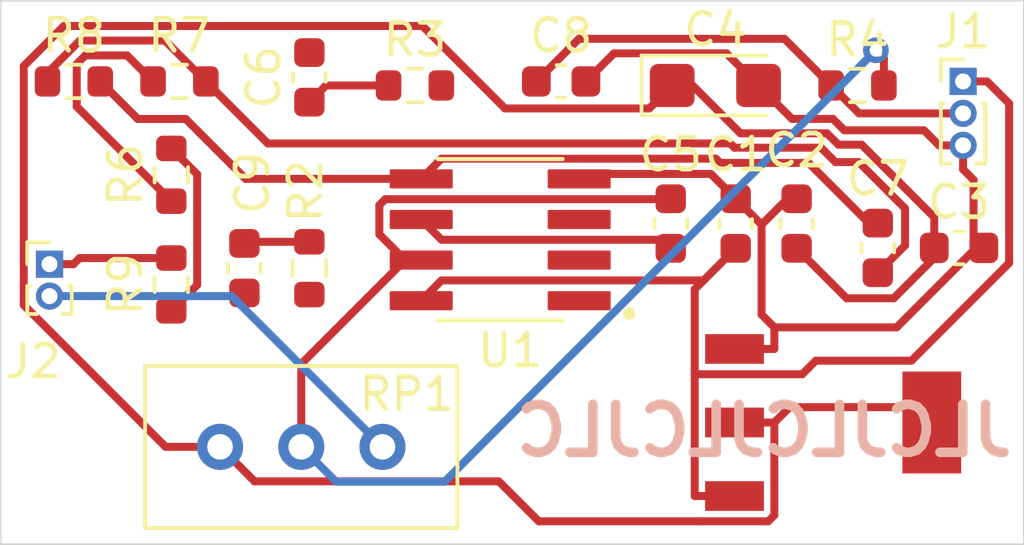
<source format=kicad_pcb>
(kicad_pcb (version 20171130) (host pcbnew "(5.1.10)-1")

  (general
    (thickness 1.6)
    (drawings 5)
    (tracks 132)
    (zones 0)
    (modules 21)
    (nets 19)
  )

  (page A4)
  (layers
    (0 F.Cu signal)
    (31 B.Cu signal)
    (32 B.Adhes user)
    (33 F.Adhes user)
    (34 B.Paste user)
    (35 F.Paste user)
    (36 B.SilkS user)
    (37 F.SilkS user)
    (38 B.Mask user)
    (39 F.Mask user)
    (40 Dwgs.User user)
    (41 Cmts.User user)
    (42 Eco1.User user)
    (43 Eco2.User user)
    (44 Edge.Cuts user)
    (45 Margin user)
    (46 B.CrtYd user)
    (47 F.CrtYd user)
    (48 B.Fab user)
    (49 F.Fab user hide)
  )

  (setup
    (last_trace_width 0.25)
    (trace_clearance 0.2)
    (zone_clearance 0.508)
    (zone_45_only no)
    (trace_min 0.2)
    (via_size 0.8)
    (via_drill 0.4)
    (via_min_size 0.4)
    (via_min_drill 0.3)
    (uvia_size 0.3)
    (uvia_drill 0.1)
    (uvias_allowed no)
    (uvia_min_size 0.2)
    (uvia_min_drill 0.1)
    (edge_width 0.05)
    (segment_width 0.2)
    (pcb_text_width 0.3)
    (pcb_text_size 1.5 1.5)
    (mod_edge_width 0.12)
    (mod_text_size 1 1)
    (mod_text_width 0.15)
    (pad_size 1.97 0.6)
    (pad_drill 0)
    (pad_to_mask_clearance 0)
    (aux_axis_origin 0 0)
    (grid_origin 68 57)
    (visible_elements 7FFFFFFF)
    (pcbplotparams
      (layerselection 0x010fc_ffffffff)
      (usegerberextensions false)
      (usegerberattributes true)
      (usegerberadvancedattributes true)
      (creategerberjobfile true)
      (excludeedgelayer true)
      (linewidth 0.100000)
      (plotframeref false)
      (viasonmask false)
      (mode 1)
      (useauxorigin false)
      (hpglpennumber 1)
      (hpglpenspeed 20)
      (hpglpendiameter 15.000000)
      (psnegative false)
      (psa4output false)
      (plotreference true)
      (plotvalue true)
      (plotinvisibletext false)
      (padsonsilk false)
      (subtractmaskfromsilk false)
      (outputformat 1)
      (mirror false)
      (drillshape 0)
      (scaleselection 1)
      (outputdirectory "Gerber/"))
  )

  (net 0 "")
  (net 1 "Net-(C6-Pad1)")
  (net 2 "Net-(C6-Pad2)")
  (net 3 Out)
  (net 4 "Net-(C7-Pad1)")
  (net 5 "Net-(R3-Pad2)")
  (net 6 "Net-(R6-Pad2)")
  (net 7 GND)
  (net 8 /Regulator/Vcc)
  (net 9 /Regulator/5V)
  (net 10 "Net-(C5-Pad1)")
  (net 11 "Net-(C5-Pad2)")
  (net 12 "Net-(C7-Pad2)")
  (net 13 "Net-(C9-Pad2)")
  (net 14 "Net-(C9-Pad1)")
  (net 15 "Net-(J2-Pad1)")
  (net 16 "Net-(J2-Pad2)")
  (net 17 "Net-(R2-Pad2)")
  (net 18 "Net-(R6-Pad1)")

  (net_class Default "This is the default net class."
    (clearance 0.2)
    (trace_width 0.25)
    (via_dia 0.8)
    (via_drill 0.4)
    (uvia_dia 0.3)
    (uvia_drill 0.1)
    (add_net /Regulator/5V)
    (add_net /Regulator/Vcc)
    (add_net GND)
    (add_net "Net-(C5-Pad1)")
    (add_net "Net-(C5-Pad2)")
    (add_net "Net-(C6-Pad1)")
    (add_net "Net-(C6-Pad2)")
    (add_net "Net-(C7-Pad1)")
    (add_net "Net-(C7-Pad2)")
    (add_net "Net-(C9-Pad1)")
    (add_net "Net-(C9-Pad2)")
    (add_net "Net-(J2-Pad1)")
    (add_net "Net-(J2-Pad2)")
    (add_net "Net-(R2-Pad2)")
    (add_net "Net-(R3-Pad2)")
    (add_net "Net-(R6-Pad1)")
    (add_net "Net-(R6-Pad2)")
    (add_net Out)
  )

  (module Capacitor_SMD:C_0603_1608Metric (layer F.Cu) (tedit 5F68FEEE) (tstamp 61FF42AD)
    (at 90.987 46.967 90)
    (descr "Capacitor SMD 0603 (1608 Metric), square (rectangular) end terminal, IPC_7351 nominal, (Body size source: IPC-SM-782 page 76, https://www.pcb-3d.com/wordpress/wp-content/uploads/ipc-sm-782a_amendment_1_and_2.pdf), generated with kicad-footprint-generator")
    (tags capacitor)
    (path /61FEE0CC/61655F33)
    (attr smd)
    (fp_text reference C1 (at 2.159 0 180) (layer F.SilkS)
      (effects (font (size 1 1) (thickness 0.15)))
    )
    (fp_text value 0.1uF (at 0 1.43 90) (layer F.Fab)
      (effects (font (size 1 1) (thickness 0.15)))
    )
    (fp_line (start 1.48 0.73) (end -1.48 0.73) (layer F.CrtYd) (width 0.05))
    (fp_line (start 1.48 -0.73) (end 1.48 0.73) (layer F.CrtYd) (width 0.05))
    (fp_line (start -1.48 -0.73) (end 1.48 -0.73) (layer F.CrtYd) (width 0.05))
    (fp_line (start -1.48 0.73) (end -1.48 -0.73) (layer F.CrtYd) (width 0.05))
    (fp_line (start -0.14058 0.51) (end 0.14058 0.51) (layer F.SilkS) (width 0.12))
    (fp_line (start -0.14058 -0.51) (end 0.14058 -0.51) (layer F.SilkS) (width 0.12))
    (fp_line (start 0.8 0.4) (end -0.8 0.4) (layer F.Fab) (width 0.1))
    (fp_line (start 0.8 -0.4) (end 0.8 0.4) (layer F.Fab) (width 0.1))
    (fp_line (start -0.8 -0.4) (end 0.8 -0.4) (layer F.Fab) (width 0.1))
    (fp_line (start -0.8 0.4) (end -0.8 -0.4) (layer F.Fab) (width 0.1))
    (fp_text user %R (at 0 0 90) (layer F.Fab)
      (effects (font (size 0.4 0.4) (thickness 0.06)))
    )
    (pad 2 smd roundrect (at 0.775 0 90) (size 0.9 0.95) (layers F.Cu F.Paste F.Mask) (roundrect_rratio 0.25)
      (net 7 GND))
    (pad 1 smd roundrect (at -0.775 0 90) (size 0.9 0.95) (layers F.Cu F.Paste F.Mask) (roundrect_rratio 0.25)
      (net 8 /Regulator/Vcc))
    (model ${KISYS3DMOD}/Capacitor_SMD.3dshapes/C_0603_1608Metric.wrl
      (at (xyz 0 0 0))
      (scale (xyz 1 1 1))
      (rotate (xyz 0 0 0))
    )
  )

  (module Capacitor_SMD:C_0603_1608Metric (layer F.Cu) (tedit 5F68FEEE) (tstamp 61FF42BE)
    (at 92.892 46.967 90)
    (descr "Capacitor SMD 0603 (1608 Metric), square (rectangular) end terminal, IPC_7351 nominal, (Body size source: IPC-SM-782 page 76, https://www.pcb-3d.com/wordpress/wp-content/uploads/ipc-sm-782a_amendment_1_and_2.pdf), generated with kicad-footprint-generator")
    (tags capacitor)
    (path /61FEE0CC/61656877)
    (attr smd)
    (fp_text reference C2 (at 2.286 0 180) (layer F.SilkS)
      (effects (font (size 1 1) (thickness 0.15)))
    )
    (fp_text value 1uF (at 0 1.43 90) (layer F.Fab)
      (effects (font (size 1 1) (thickness 0.15)))
    )
    (fp_line (start -0.8 0.4) (end -0.8 -0.4) (layer F.Fab) (width 0.1))
    (fp_line (start -0.8 -0.4) (end 0.8 -0.4) (layer F.Fab) (width 0.1))
    (fp_line (start 0.8 -0.4) (end 0.8 0.4) (layer F.Fab) (width 0.1))
    (fp_line (start 0.8 0.4) (end -0.8 0.4) (layer F.Fab) (width 0.1))
    (fp_line (start -0.14058 -0.51) (end 0.14058 -0.51) (layer F.SilkS) (width 0.12))
    (fp_line (start -0.14058 0.51) (end 0.14058 0.51) (layer F.SilkS) (width 0.12))
    (fp_line (start -1.48 0.73) (end -1.48 -0.73) (layer F.CrtYd) (width 0.05))
    (fp_line (start -1.48 -0.73) (end 1.48 -0.73) (layer F.CrtYd) (width 0.05))
    (fp_line (start 1.48 -0.73) (end 1.48 0.73) (layer F.CrtYd) (width 0.05))
    (fp_line (start 1.48 0.73) (end -1.48 0.73) (layer F.CrtYd) (width 0.05))
    (fp_text user %R (at 0 0 90) (layer F.Fab)
      (effects (font (size 0.4 0.4) (thickness 0.06)))
    )
    (pad 1 smd roundrect (at -0.775 0 90) (size 0.9 0.95) (layers F.Cu F.Paste F.Mask) (roundrect_rratio 0.25)
      (net 9 /Regulator/5V))
    (pad 2 smd roundrect (at 0.775 0 90) (size 0.9 0.95) (layers F.Cu F.Paste F.Mask) (roundrect_rratio 0.25)
      (net 7 GND))
    (model ${KISYS3DMOD}/Capacitor_SMD.3dshapes/C_0603_1608Metric.wrl
      (at (xyz 0 0 0))
      (scale (xyz 1 1 1))
      (rotate (xyz 0 0 0))
    )
  )

  (module Capacitor_SMD:C_0603_1608Metric (layer F.Cu) (tedit 5F68FEEE) (tstamp 61FF42CF)
    (at 97.972 47.729)
    (descr "Capacitor SMD 0603 (1608 Metric), square (rectangular) end terminal, IPC_7351 nominal, (Body size source: IPC-SM-782 page 76, https://www.pcb-3d.com/wordpress/wp-content/uploads/ipc-sm-782a_amendment_1_and_2.pdf), generated with kicad-footprint-generator")
    (tags capacitor)
    (path /61FEE0CC/6165740F)
    (attr smd)
    (fp_text reference C3 (at 0 -1.43) (layer F.SilkS)
      (effects (font (size 1 1) (thickness 0.15)))
    )
    (fp_text value 1uF_cpu (at 0 1.43) (layer F.Fab)
      (effects (font (size 1 1) (thickness 0.15)))
    )
    (fp_line (start 1.48 0.73) (end -1.48 0.73) (layer F.CrtYd) (width 0.05))
    (fp_line (start 1.48 -0.73) (end 1.48 0.73) (layer F.CrtYd) (width 0.05))
    (fp_line (start -1.48 -0.73) (end 1.48 -0.73) (layer F.CrtYd) (width 0.05))
    (fp_line (start -1.48 0.73) (end -1.48 -0.73) (layer F.CrtYd) (width 0.05))
    (fp_line (start -0.14058 0.51) (end 0.14058 0.51) (layer F.SilkS) (width 0.12))
    (fp_line (start -0.14058 -0.51) (end 0.14058 -0.51) (layer F.SilkS) (width 0.12))
    (fp_line (start 0.8 0.4) (end -0.8 0.4) (layer F.Fab) (width 0.1))
    (fp_line (start 0.8 -0.4) (end 0.8 0.4) (layer F.Fab) (width 0.1))
    (fp_line (start -0.8 -0.4) (end 0.8 -0.4) (layer F.Fab) (width 0.1))
    (fp_line (start -0.8 0.4) (end -0.8 -0.4) (layer F.Fab) (width 0.1))
    (fp_text user %R (at 0 0) (layer F.Fab)
      (effects (font (size 0.4 0.4) (thickness 0.06)))
    )
    (pad 2 smd roundrect (at 0.775 0) (size 0.9 0.95) (layers F.Cu F.Paste F.Mask) (roundrect_rratio 0.25)
      (net 7 GND))
    (pad 1 smd roundrect (at -0.775 0) (size 0.9 0.95) (layers F.Cu F.Paste F.Mask) (roundrect_rratio 0.25)
      (net 9 /Regulator/5V))
    (model ${KISYS3DMOD}/Capacitor_SMD.3dshapes/C_0603_1608Metric.wrl
      (at (xyz 0 0 0))
      (scale (xyz 1 1 1))
      (rotate (xyz 0 0 0))
    )
  )

  (module Capacitor_Tantalum_SMD:CP_EIA-3216-18_Kemet-A (layer F.Cu) (tedit 5EBA9318) (tstamp 61FF42E2)
    (at 90.352 42.649)
    (descr "Tantalum Capacitor SMD Kemet-A (3216-18 Metric), IPC_7351 nominal, (Body size from: http://www.kemet.com/Lists/ProductCatalog/Attachments/253/KEM_TC101_STD.pdf), generated with kicad-footprint-generator")
    (tags "capacitor tantalum")
    (path /61FEE0CC/6165888C)
    (attr smd)
    (fp_text reference C4 (at 0 -1.75) (layer F.SilkS)
      (effects (font (size 1 1) (thickness 0.15)))
    )
    (fp_text value 4.7uF_16V_cpu (at 0 1.75) (layer F.Fab)
      (effects (font (size 1 1) (thickness 0.15)))
    )
    (fp_line (start 1.6 -0.8) (end -1.2 -0.8) (layer F.Fab) (width 0.1))
    (fp_line (start -1.2 -0.8) (end -1.6 -0.4) (layer F.Fab) (width 0.1))
    (fp_line (start -1.6 -0.4) (end -1.6 0.8) (layer F.Fab) (width 0.1))
    (fp_line (start -1.6 0.8) (end 1.6 0.8) (layer F.Fab) (width 0.1))
    (fp_line (start 1.6 0.8) (end 1.6 -0.8) (layer F.Fab) (width 0.1))
    (fp_line (start 1.6 -0.935) (end -2.31 -0.935) (layer F.SilkS) (width 0.12))
    (fp_line (start -2.31 -0.935) (end -2.31 0.935) (layer F.SilkS) (width 0.12))
    (fp_line (start -2.31 0.935) (end 1.6 0.935) (layer F.SilkS) (width 0.12))
    (fp_line (start -2.3 1.05) (end -2.3 -1.05) (layer F.CrtYd) (width 0.05))
    (fp_line (start -2.3 -1.05) (end 2.3 -1.05) (layer F.CrtYd) (width 0.05))
    (fp_line (start 2.3 -1.05) (end 2.3 1.05) (layer F.CrtYd) (width 0.05))
    (fp_line (start 2.3 1.05) (end -2.3 1.05) (layer F.CrtYd) (width 0.05))
    (fp_text user %R (at 0 0) (layer F.Fab)
      (effects (font (size 0.8 0.8) (thickness 0.12)))
    )
    (pad 1 smd roundrect (at -1.35 0) (size 1.4 1.35) (layers F.Cu F.Paste F.Mask) (roundrect_rratio 0.1851844444444445)
      (net 9 /Regulator/5V))
    (pad 2 smd roundrect (at 1.35 0) (size 1.4 1.35) (layers F.Cu F.Paste F.Mask) (roundrect_rratio 0.1851844444444445)
      (net 7 GND))
    (model ${KISYS3DMOD}/Capacitor_Tantalum_SMD.3dshapes/CP_EIA-3216-18_Kemet-A.wrl
      (at (xyz 0 0 0))
      (scale (xyz 1 1 1))
      (rotate (xyz 0 0 0))
    )
  )

  (module Capacitor_SMD:C_0603_1608Metric (layer F.Cu) (tedit 5F68FEEE) (tstamp 61FF42F3)
    (at 88.955 46.967 90)
    (descr "Capacitor SMD 0603 (1608 Metric), square (rectangular) end terminal, IPC_7351 nominal, (Body size source: IPC-SM-782 page 76, https://www.pcb-3d.com/wordpress/wp-content/uploads/ipc-sm-782a_amendment_1_and_2.pdf), generated with kicad-footprint-generator")
    (tags capacitor)
    (path /61FB3F31)
    (attr smd)
    (fp_text reference C5 (at 2.159 0 180) (layer F.SilkS)
      (effects (font (size 1 1) (thickness 0.15)))
    )
    (fp_text value C (at 0 1.43 90) (layer F.Fab)
      (effects (font (size 1 1) (thickness 0.15)))
    )
    (fp_line (start -0.8 0.4) (end -0.8 -0.4) (layer F.Fab) (width 0.1))
    (fp_line (start -0.8 -0.4) (end 0.8 -0.4) (layer F.Fab) (width 0.1))
    (fp_line (start 0.8 -0.4) (end 0.8 0.4) (layer F.Fab) (width 0.1))
    (fp_line (start 0.8 0.4) (end -0.8 0.4) (layer F.Fab) (width 0.1))
    (fp_line (start -0.14058 -0.51) (end 0.14058 -0.51) (layer F.SilkS) (width 0.12))
    (fp_line (start -0.14058 0.51) (end 0.14058 0.51) (layer F.SilkS) (width 0.12))
    (fp_line (start -1.48 0.73) (end -1.48 -0.73) (layer F.CrtYd) (width 0.05))
    (fp_line (start -1.48 -0.73) (end 1.48 -0.73) (layer F.CrtYd) (width 0.05))
    (fp_line (start 1.48 -0.73) (end 1.48 0.73) (layer F.CrtYd) (width 0.05))
    (fp_line (start 1.48 0.73) (end -1.48 0.73) (layer F.CrtYd) (width 0.05))
    (fp_text user %R (at 0 0 90) (layer F.Fab)
      (effects (font (size 0.4 0.4) (thickness 0.06)))
    )
    (pad 1 smd roundrect (at -0.775 0 90) (size 0.9 0.95) (layers F.Cu F.Paste F.Mask) (roundrect_rratio 0.25)
      (net 10 "Net-(C5-Pad1)"))
    (pad 2 smd roundrect (at 0.775 0 90) (size 0.9 0.95) (layers F.Cu F.Paste F.Mask) (roundrect_rratio 0.25)
      (net 11 "Net-(C5-Pad2)"))
    (model ${KISYS3DMOD}/Capacitor_SMD.3dshapes/C_0603_1608Metric.wrl
      (at (xyz 0 0 0))
      (scale (xyz 1 1 1))
      (rotate (xyz 0 0 0))
    )
  )

  (module Capacitor_SMD:C_0603_1608Metric (layer F.Cu) (tedit 5F68FEEE) (tstamp 61FF4304)
    (at 77.652 42.395 90)
    (descr "Capacitor SMD 0603 (1608 Metric), square (rectangular) end terminal, IPC_7351 nominal, (Body size source: IPC-SM-782 page 76, https://www.pcb-3d.com/wordpress/wp-content/uploads/ipc-sm-782a_amendment_1_and_2.pdf), generated with kicad-footprint-generator")
    (tags capacitor)
    (path /61FB4122)
    (attr smd)
    (fp_text reference C6 (at 0 -1.43 90) (layer F.SilkS)
      (effects (font (size 1 1) (thickness 0.15)))
    )
    (fp_text value C (at 0 1.43 90) (layer F.Fab)
      (effects (font (size 1 1) (thickness 0.15)))
    )
    (fp_line (start -0.8 0.4) (end -0.8 -0.4) (layer F.Fab) (width 0.1))
    (fp_line (start -0.8 -0.4) (end 0.8 -0.4) (layer F.Fab) (width 0.1))
    (fp_line (start 0.8 -0.4) (end 0.8 0.4) (layer F.Fab) (width 0.1))
    (fp_line (start 0.8 0.4) (end -0.8 0.4) (layer F.Fab) (width 0.1))
    (fp_line (start -0.14058 -0.51) (end 0.14058 -0.51) (layer F.SilkS) (width 0.12))
    (fp_line (start -0.14058 0.51) (end 0.14058 0.51) (layer F.SilkS) (width 0.12))
    (fp_line (start -1.48 0.73) (end -1.48 -0.73) (layer F.CrtYd) (width 0.05))
    (fp_line (start -1.48 -0.73) (end 1.48 -0.73) (layer F.CrtYd) (width 0.05))
    (fp_line (start 1.48 -0.73) (end 1.48 0.73) (layer F.CrtYd) (width 0.05))
    (fp_line (start 1.48 0.73) (end -1.48 0.73) (layer F.CrtYd) (width 0.05))
    (fp_text user %R (at 0 0 90) (layer F.Fab)
      (effects (font (size 0.4 0.4) (thickness 0.06)))
    )
    (pad 1 smd roundrect (at -0.775 0 90) (size 0.9 0.95) (layers F.Cu F.Paste F.Mask) (roundrect_rratio 0.25)
      (net 1 "Net-(C6-Pad1)"))
    (pad 2 smd roundrect (at 0.775 0 90) (size 0.9 0.95) (layers F.Cu F.Paste F.Mask) (roundrect_rratio 0.25)
      (net 2 "Net-(C6-Pad2)"))
    (model ${KISYS3DMOD}/Capacitor_SMD.3dshapes/C_0603_1608Metric.wrl
      (at (xyz 0 0 0))
      (scale (xyz 1 1 1))
      (rotate (xyz 0 0 0))
    )
  )

  (module Capacitor_SMD:C_0603_1608Metric (layer F.Cu) (tedit 5F68FEEE) (tstamp 61FF4315)
    (at 95.432 47.729 90)
    (descr "Capacitor SMD 0603 (1608 Metric), square (rectangular) end terminal, IPC_7351 nominal, (Body size source: IPC-SM-782 page 76, https://www.pcb-3d.com/wordpress/wp-content/uploads/ipc-sm-782a_amendment_1_and_2.pdf), generated with kicad-footprint-generator")
    (tags capacitor)
    (path /61FB4280)
    (attr smd)
    (fp_text reference C7 (at 2.159 0 180) (layer F.SilkS)
      (effects (font (size 1 1) (thickness 0.15)))
    )
    (fp_text value C (at 0 1.43 90) (layer F.Fab)
      (effects (font (size 1 1) (thickness 0.15)))
    )
    (fp_line (start -0.8 0.4) (end -0.8 -0.4) (layer F.Fab) (width 0.1))
    (fp_line (start -0.8 -0.4) (end 0.8 -0.4) (layer F.Fab) (width 0.1))
    (fp_line (start 0.8 -0.4) (end 0.8 0.4) (layer F.Fab) (width 0.1))
    (fp_line (start 0.8 0.4) (end -0.8 0.4) (layer F.Fab) (width 0.1))
    (fp_line (start -0.14058 -0.51) (end 0.14058 -0.51) (layer F.SilkS) (width 0.12))
    (fp_line (start -0.14058 0.51) (end 0.14058 0.51) (layer F.SilkS) (width 0.12))
    (fp_line (start -1.48 0.73) (end -1.48 -0.73) (layer F.CrtYd) (width 0.05))
    (fp_line (start -1.48 -0.73) (end 1.48 -0.73) (layer F.CrtYd) (width 0.05))
    (fp_line (start 1.48 -0.73) (end 1.48 0.73) (layer F.CrtYd) (width 0.05))
    (fp_line (start 1.48 0.73) (end -1.48 0.73) (layer F.CrtYd) (width 0.05))
    (fp_text user %R (at -0.007001 -0.030001 90) (layer F.Fab)
      (effects (font (size 0.4 0.4) (thickness 0.06)))
    )
    (pad 1 smd roundrect (at -0.775 0 90) (size 0.9 0.95) (layers F.Cu F.Paste F.Mask) (roundrect_rratio 0.25)
      (net 4 "Net-(C7-Pad1)"))
    (pad 2 smd roundrect (at 0.775 0 90) (size 0.9 0.95) (layers F.Cu F.Paste F.Mask) (roundrect_rratio 0.25)
      (net 12 "Net-(C7-Pad2)"))
    (model ${KISYS3DMOD}/Capacitor_SMD.3dshapes/C_0603_1608Metric.wrl
      (at (xyz 0 0 0))
      (scale (xyz 1 1 1))
      (rotate (xyz 0 0 0))
    )
  )

  (module Capacitor_SMD:C_0603_1608Metric (layer F.Cu) (tedit 5F68FEEE) (tstamp 61FF4326)
    (at 85.526 42.522)
    (descr "Capacitor SMD 0603 (1608 Metric), square (rectangular) end terminal, IPC_7351 nominal, (Body size source: IPC-SM-782 page 76, https://www.pcb-3d.com/wordpress/wp-content/uploads/ipc-sm-782a_amendment_1_and_2.pdf), generated with kicad-footprint-generator")
    (tags capacitor)
    (path /61FB43E5)
    (attr smd)
    (fp_text reference C8 (at 0 -1.43) (layer F.SilkS)
      (effects (font (size 1 1) (thickness 0.15)))
    )
    (fp_text value C (at 0 1.43) (layer F.Fab)
      (effects (font (size 1 1) (thickness 0.15)))
    )
    (fp_line (start 1.48 0.73) (end -1.48 0.73) (layer F.CrtYd) (width 0.05))
    (fp_line (start 1.48 -0.73) (end 1.48 0.73) (layer F.CrtYd) (width 0.05))
    (fp_line (start -1.48 -0.73) (end 1.48 -0.73) (layer F.CrtYd) (width 0.05))
    (fp_line (start -1.48 0.73) (end -1.48 -0.73) (layer F.CrtYd) (width 0.05))
    (fp_line (start -0.14058 0.51) (end 0.14058 0.51) (layer F.SilkS) (width 0.12))
    (fp_line (start -0.14058 -0.51) (end 0.14058 -0.51) (layer F.SilkS) (width 0.12))
    (fp_line (start 0.8 0.4) (end -0.8 0.4) (layer F.Fab) (width 0.1))
    (fp_line (start 0.8 -0.4) (end 0.8 0.4) (layer F.Fab) (width 0.1))
    (fp_line (start -0.8 -0.4) (end 0.8 -0.4) (layer F.Fab) (width 0.1))
    (fp_line (start -0.8 0.4) (end -0.8 -0.4) (layer F.Fab) (width 0.1))
    (fp_text user %R (at 0 0) (layer F.Fab)
      (effects (font (size 0.4 0.4) (thickness 0.06)))
    )
    (pad 2 smd roundrect (at 0.775 0) (size 0.9 0.95) (layers F.Cu F.Paste F.Mask) (roundrect_rratio 0.25)
      (net 7 GND))
    (pad 1 smd roundrect (at -0.775 0) (size 0.9 0.95) (layers F.Cu F.Paste F.Mask) (roundrect_rratio 0.25)
      (net 3 Out))
    (model ${KISYS3DMOD}/Capacitor_SMD.3dshapes/C_0603_1608Metric.wrl
      (at (xyz 0 0 0))
      (scale (xyz 1 1 1))
      (rotate (xyz 0 0 0))
    )
  )

  (module Capacitor_SMD:C_0603_1608Metric (layer F.Cu) (tedit 5F68FEEE) (tstamp 61FF4337)
    (at 75.62 48.364 90)
    (descr "Capacitor SMD 0603 (1608 Metric), square (rectangular) end terminal, IPC_7351 nominal, (Body size source: IPC-SM-782 page 76, https://www.pcb-3d.com/wordpress/wp-content/uploads/ipc-sm-782a_amendment_1_and_2.pdf), generated with kicad-footprint-generator")
    (tags capacitor)
    (path /61FB462A)
    (attr smd)
    (fp_text reference C9 (at 2.667 0.254 90) (layer F.SilkS)
      (effects (font (size 1 1) (thickness 0.15)))
    )
    (fp_text value C (at 0 1.43 90) (layer F.Fab)
      (effects (font (size 1 1) (thickness 0.15)))
    )
    (fp_line (start 1.48 0.73) (end -1.48 0.73) (layer F.CrtYd) (width 0.05))
    (fp_line (start 1.48 -0.73) (end 1.48 0.73) (layer F.CrtYd) (width 0.05))
    (fp_line (start -1.48 -0.73) (end 1.48 -0.73) (layer F.CrtYd) (width 0.05))
    (fp_line (start -1.48 0.73) (end -1.48 -0.73) (layer F.CrtYd) (width 0.05))
    (fp_line (start -0.14058 0.51) (end 0.14058 0.51) (layer F.SilkS) (width 0.12))
    (fp_line (start -0.14058 -0.51) (end 0.14058 -0.51) (layer F.SilkS) (width 0.12))
    (fp_line (start 0.8 0.4) (end -0.8 0.4) (layer F.Fab) (width 0.1))
    (fp_line (start 0.8 -0.4) (end 0.8 0.4) (layer F.Fab) (width 0.1))
    (fp_line (start -0.8 -0.4) (end 0.8 -0.4) (layer F.Fab) (width 0.1))
    (fp_line (start -0.8 0.4) (end -0.8 -0.4) (layer F.Fab) (width 0.1))
    (fp_text user %R (at 0 0 90) (layer F.Fab)
      (effects (font (size 0.4 0.4) (thickness 0.06)))
    )
    (pad 2 smd roundrect (at 0.775 0 90) (size 0.9 0.95) (layers F.Cu F.Paste F.Mask) (roundrect_rratio 0.25)
      (net 13 "Net-(C9-Pad2)"))
    (pad 1 smd roundrect (at -0.775 0 90) (size 0.9 0.95) (layers F.Cu F.Paste F.Mask) (roundrect_rratio 0.25)
      (net 14 "Net-(C9-Pad1)"))
    (model ${KISYS3DMOD}/Capacitor_SMD.3dshapes/C_0603_1608Metric.wrl
      (at (xyz 0 0 0))
      (scale (xyz 1 1 1))
      (rotate (xyz 0 0 0))
    )
  )

  (module Connector_PinHeader_1.00mm:PinHeader_1x03_P1.00mm_Vertical (layer F.Cu) (tedit 59FED738) (tstamp 61FF4350)
    (at 98.099 42.522)
    (descr "Through hole straight pin header, 1x03, 1.00mm pitch, single row")
    (tags "Through hole pin header THT 1x03 1.00mm single row")
    (path /61FEED06)
    (fp_text reference J1 (at 0 -1.56) (layer F.SilkS)
      (effects (font (size 1 1) (thickness 0.15)))
    )
    (fp_text value Conn_01x03_Male (at 0 3.56) (layer F.Fab)
      (effects (font (size 1 1) (thickness 0.15)))
    )
    (fp_line (start -0.3175 -0.5) (end 0.635 -0.5) (layer F.Fab) (width 0.1))
    (fp_line (start 0.635 -0.5) (end 0.635 2.5) (layer F.Fab) (width 0.1))
    (fp_line (start 0.635 2.5) (end -0.635 2.5) (layer F.Fab) (width 0.1))
    (fp_line (start -0.635 2.5) (end -0.635 -0.1825) (layer F.Fab) (width 0.1))
    (fp_line (start -0.635 -0.1825) (end -0.3175 -0.5) (layer F.Fab) (width 0.1))
    (fp_line (start -0.695 2.56) (end -0.394493 2.56) (layer F.SilkS) (width 0.12))
    (fp_line (start 0.394493 2.56) (end 0.695 2.56) (layer F.SilkS) (width 0.12))
    (fp_line (start -0.695 0.685) (end -0.695 2.56) (layer F.SilkS) (width 0.12))
    (fp_line (start 0.695 0.685) (end 0.695 2.56) (layer F.SilkS) (width 0.12))
    (fp_line (start -0.695 0.685) (end -0.608276 0.685) (layer F.SilkS) (width 0.12))
    (fp_line (start 0.608276 0.685) (end 0.695 0.685) (layer F.SilkS) (width 0.12))
    (fp_line (start -0.695 0) (end -0.695 -0.685) (layer F.SilkS) (width 0.12))
    (fp_line (start -0.695 -0.685) (end 0 -0.685) (layer F.SilkS) (width 0.12))
    (fp_line (start -1.15 -1) (end -1.15 3) (layer F.CrtYd) (width 0.05))
    (fp_line (start -1.15 3) (end 1.15 3) (layer F.CrtYd) (width 0.05))
    (fp_line (start 1.15 3) (end 1.15 -1) (layer F.CrtYd) (width 0.05))
    (fp_line (start 1.15 -1) (end -1.15 -1) (layer F.CrtYd) (width 0.05))
    (fp_text user %R (at 0 1 90) (layer F.Fab)
      (effects (font (size 0.76 0.76) (thickness 0.114)))
    )
    (pad 1 thru_hole rect (at 0 0) (size 0.85 0.85) (drill 0.5) (layers *.Cu *.Mask)
      (net 8 /Regulator/Vcc))
    (pad 2 thru_hole oval (at 0 1) (size 0.85 0.85) (drill 0.5) (layers *.Cu *.Mask)
      (net 3 Out))
    (pad 3 thru_hole oval (at 0 2) (size 0.85 0.85) (drill 0.5) (layers *.Cu *.Mask)
      (net 7 GND))
    (model ${KISYS3DMOD}/Connector_PinHeader_1.00mm.3dshapes/PinHeader_1x03_P1.00mm_Vertical.wrl
      (at (xyz 0 0 0))
      (scale (xyz 1 1 1))
      (rotate (xyz 0 0 0))
    )
  )

  (module Connector_PinHeader_1.00mm:PinHeader_1x02_P1.00mm_Vertical (layer F.Cu) (tedit 59FED738) (tstamp 61FF4368)
    (at 69.524 48.237)
    (descr "Through hole straight pin header, 1x02, 1.00mm pitch, single row")
    (tags "Through hole pin header THT 1x02 1.00mm single row")
    (path /61FEFF1D)
    (fp_text reference J2 (at -0.508 3.048) (layer F.SilkS)
      (effects (font (size 1 1) (thickness 0.15)))
    )
    (fp_text value Conn_01x02_Male (at 0 2.56) (layer F.Fab)
      (effects (font (size 1 1) (thickness 0.15)))
    )
    (fp_line (start -0.3175 -0.5) (end 0.635 -0.5) (layer F.Fab) (width 0.1))
    (fp_line (start 0.635 -0.5) (end 0.635 1.5) (layer F.Fab) (width 0.1))
    (fp_line (start 0.635 1.5) (end -0.635 1.5) (layer F.Fab) (width 0.1))
    (fp_line (start -0.635 1.5) (end -0.635 -0.1825) (layer F.Fab) (width 0.1))
    (fp_line (start -0.635 -0.1825) (end -0.3175 -0.5) (layer F.Fab) (width 0.1))
    (fp_line (start -0.695 1.56) (end -0.394493 1.56) (layer F.SilkS) (width 0.12))
    (fp_line (start 0.394493 1.56) (end 0.695 1.56) (layer F.SilkS) (width 0.12))
    (fp_line (start -0.695 0.685) (end -0.695 1.56) (layer F.SilkS) (width 0.12))
    (fp_line (start 0.695 0.685) (end 0.695 1.56) (layer F.SilkS) (width 0.12))
    (fp_line (start -0.695 0.685) (end -0.608276 0.685) (layer F.SilkS) (width 0.12))
    (fp_line (start 0.608276 0.685) (end 0.695 0.685) (layer F.SilkS) (width 0.12))
    (fp_line (start -0.695 0) (end -0.695 -0.685) (layer F.SilkS) (width 0.12))
    (fp_line (start -0.695 -0.685) (end 0 -0.685) (layer F.SilkS) (width 0.12))
    (fp_line (start -1.15 -1) (end -1.15 2) (layer F.CrtYd) (width 0.05))
    (fp_line (start -1.15 2) (end 1.15 2) (layer F.CrtYd) (width 0.05))
    (fp_line (start 1.15 2) (end 1.15 -1) (layer F.CrtYd) (width 0.05))
    (fp_line (start 1.15 -1) (end -1.15 -1) (layer F.CrtYd) (width 0.05))
    (fp_text user %R (at 0 0.5 90) (layer F.Fab)
      (effects (font (size 0.76 0.76) (thickness 0.114)))
    )
    (pad 1 thru_hole rect (at 0 0) (size 0.85 0.85) (drill 0.5) (layers *.Cu *.Mask)
      (net 15 "Net-(J2-Pad1)"))
    (pad 2 thru_hole oval (at 0 1) (size 0.85 0.85) (drill 0.5) (layers *.Cu *.Mask)
      (net 16 "Net-(J2-Pad2)"))
    (model ${KISYS3DMOD}/Connector_PinHeader_1.00mm.3dshapes/PinHeader_1x02_P1.00mm_Vertical.wrl
      (at (xyz 0 0 0))
      (scale (xyz 1 1 1))
      (rotate (xyz 0 0 0))
    )
  )

  (module Resistor_SMD:R_0603_1608Metric (layer F.Cu) (tedit 5F68FEEE) (tstamp 61FF4379)
    (at 77.652 48.364 270)
    (descr "Resistor SMD 0603 (1608 Metric), square (rectangular) end terminal, IPC_7351 nominal, (Body size source: IPC-SM-782 page 72, https://www.pcb-3d.com/wordpress/wp-content/uploads/ipc-sm-782a_amendment_1_and_2.pdf), generated with kicad-footprint-generator")
    (tags resistor)
    (path /61FB05A5)
    (attr smd)
    (fp_text reference R2 (at -2.413 0.127 90) (layer F.SilkS)
      (effects (font (size 1 1) (thickness 0.15)))
    )
    (fp_text value 3.6k (at 0 1.43 90) (layer F.Fab)
      (effects (font (size 1 1) (thickness 0.15)))
    )
    (fp_line (start -0.8 0.4125) (end -0.8 -0.4125) (layer F.Fab) (width 0.1))
    (fp_line (start -0.8 -0.4125) (end 0.8 -0.4125) (layer F.Fab) (width 0.1))
    (fp_line (start 0.8 -0.4125) (end 0.8 0.4125) (layer F.Fab) (width 0.1))
    (fp_line (start 0.8 0.4125) (end -0.8 0.4125) (layer F.Fab) (width 0.1))
    (fp_line (start -0.237258 -0.5225) (end 0.237258 -0.5225) (layer F.SilkS) (width 0.12))
    (fp_line (start -0.237258 0.5225) (end 0.237258 0.5225) (layer F.SilkS) (width 0.12))
    (fp_line (start -1.48 0.73) (end -1.48 -0.73) (layer F.CrtYd) (width 0.05))
    (fp_line (start -1.48 -0.73) (end 1.48 -0.73) (layer F.CrtYd) (width 0.05))
    (fp_line (start 1.48 -0.73) (end 1.48 0.73) (layer F.CrtYd) (width 0.05))
    (fp_line (start 1.48 0.73) (end -1.48 0.73) (layer F.CrtYd) (width 0.05))
    (fp_text user %R (at 0 0 90) (layer F.Fab)
      (effects (font (size 0.4 0.4) (thickness 0.06)))
    )
    (pad 1 smd roundrect (at -0.825 0 270) (size 0.8 0.95) (layers F.Cu F.Paste F.Mask) (roundrect_rratio 0.25)
      (net 13 "Net-(C9-Pad2)"))
    (pad 2 smd roundrect (at 0.825 0 270) (size 0.8 0.95) (layers F.Cu F.Paste F.Mask) (roundrect_rratio 0.25)
      (net 17 "Net-(R2-Pad2)"))
    (model ${KISYS3DMOD}/Resistor_SMD.3dshapes/R_0603_1608Metric.wrl
      (at (xyz 0 0 0))
      (scale (xyz 1 1 1))
      (rotate (xyz 0 0 0))
    )
  )

  (module Resistor_SMD:R_0603_1608Metric (layer F.Cu) (tedit 5F68FEEE) (tstamp 61FF438A)
    (at 80.954 42.649)
    (descr "Resistor SMD 0603 (1608 Metric), square (rectangular) end terminal, IPC_7351 nominal, (Body size source: IPC-SM-782 page 72, https://www.pcb-3d.com/wordpress/wp-content/uploads/ipc-sm-782a_amendment_1_and_2.pdf), generated with kicad-footprint-generator")
    (tags resistor)
    (path /61FB0715)
    (attr smd)
    (fp_text reference R3 (at 0 -1.43) (layer F.SilkS)
      (effects (font (size 1 1) (thickness 0.15)))
    )
    (fp_text value 10k (at 0 1.43) (layer F.Fab)
      (effects (font (size 1 1) (thickness 0.15)))
    )
    (fp_line (start -0.8 0.4125) (end -0.8 -0.4125) (layer F.Fab) (width 0.1))
    (fp_line (start -0.8 -0.4125) (end 0.8 -0.4125) (layer F.Fab) (width 0.1))
    (fp_line (start 0.8 -0.4125) (end 0.8 0.4125) (layer F.Fab) (width 0.1))
    (fp_line (start 0.8 0.4125) (end -0.8 0.4125) (layer F.Fab) (width 0.1))
    (fp_line (start -0.237258 -0.5225) (end 0.237258 -0.5225) (layer F.SilkS) (width 0.12))
    (fp_line (start -0.237258 0.5225) (end 0.237258 0.5225) (layer F.SilkS) (width 0.12))
    (fp_line (start -1.48 0.73) (end -1.48 -0.73) (layer F.CrtYd) (width 0.05))
    (fp_line (start -1.48 -0.73) (end 1.48 -0.73) (layer F.CrtYd) (width 0.05))
    (fp_line (start 1.48 -0.73) (end 1.48 0.73) (layer F.CrtYd) (width 0.05))
    (fp_line (start 1.48 0.73) (end -1.48 0.73) (layer F.CrtYd) (width 0.05))
    (fp_text user %R (at 0 0) (layer F.Fab)
      (effects (font (size 0.4 0.4) (thickness 0.06)))
    )
    (pad 1 smd roundrect (at -0.825 0) (size 0.8 0.95) (layers F.Cu F.Paste F.Mask) (roundrect_rratio 0.25)
      (net 1 "Net-(C6-Pad1)"))
    (pad 2 smd roundrect (at 0.825 0) (size 0.8 0.95) (layers F.Cu F.Paste F.Mask) (roundrect_rratio 0.25)
      (net 5 "Net-(R3-Pad2)"))
    (model ${KISYS3DMOD}/Resistor_SMD.3dshapes/R_0603_1608Metric.wrl
      (at (xyz 0 0 0))
      (scale (xyz 1 1 1))
      (rotate (xyz 0 0 0))
    )
  )

  (module Resistor_SMD:R_0603_1608Metric (layer F.Cu) (tedit 5F68FEEE) (tstamp 61FF439B)
    (at 94.797 42.649)
    (descr "Resistor SMD 0603 (1608 Metric), square (rectangular) end terminal, IPC_7351 nominal, (Body size source: IPC-SM-782 page 72, https://www.pcb-3d.com/wordpress/wp-content/uploads/ipc-sm-782a_amendment_1_and_2.pdf), generated with kicad-footprint-generator")
    (tags resistor)
    (path /61FB095E)
    (attr smd)
    (fp_text reference R4 (at 0 -1.43) (layer F.SilkS)
      (effects (font (size 1 1) (thickness 0.15)))
    )
    (fp_text value 47k (at 0 1.43) (layer F.Fab)
      (effects (font (size 1 1) (thickness 0.15)))
    )
    (fp_line (start 1.48 0.73) (end -1.48 0.73) (layer F.CrtYd) (width 0.05))
    (fp_line (start 1.48 -0.73) (end 1.48 0.73) (layer F.CrtYd) (width 0.05))
    (fp_line (start -1.48 -0.73) (end 1.48 -0.73) (layer F.CrtYd) (width 0.05))
    (fp_line (start -1.48 0.73) (end -1.48 -0.73) (layer F.CrtYd) (width 0.05))
    (fp_line (start -0.237258 0.5225) (end 0.237258 0.5225) (layer F.SilkS) (width 0.12))
    (fp_line (start -0.237258 -0.5225) (end 0.237258 -0.5225) (layer F.SilkS) (width 0.12))
    (fp_line (start 0.8 0.4125) (end -0.8 0.4125) (layer F.Fab) (width 0.1))
    (fp_line (start 0.8 -0.4125) (end 0.8 0.4125) (layer F.Fab) (width 0.1))
    (fp_line (start -0.8 -0.4125) (end 0.8 -0.4125) (layer F.Fab) (width 0.1))
    (fp_line (start -0.8 0.4125) (end -0.8 -0.4125) (layer F.Fab) (width 0.1))
    (fp_text user %R (at 0 0) (layer F.Fab)
      (effects (font (size 0.4 0.4) (thickness 0.06)))
    )
    (pad 2 smd roundrect (at 0.825 0) (size 0.8 0.95) (layers F.Cu F.Paste F.Mask) (roundrect_rratio 0.25)
      (net 11 "Net-(C5-Pad2)"))
    (pad 1 smd roundrect (at -0.825 0) (size 0.8 0.95) (layers F.Cu F.Paste F.Mask) (roundrect_rratio 0.25)
      (net 3 Out))
    (model ${KISYS3DMOD}/Resistor_SMD.3dshapes/R_0603_1608Metric.wrl
      (at (xyz 0 0 0))
      (scale (xyz 1 1 1))
      (rotate (xyz 0 0 0))
    )
  )

  (module Potentiometer_THT:Potentiometer_Bourns_3296W_Vertical (layer F.Cu) (tedit 5A3D4994) (tstamp 61FF43B2)
    (at 79.938 53.952)
    (descr "Potentiometer, vertical, Bourns 3296W, https://www.bourns.com/pdfs/3296.pdf")
    (tags "Potentiometer vertical Bourns 3296W")
    (path /61FBB9DD)
    (fp_text reference RP1 (at 0.762 -1.651) (layer F.SilkS)
      (effects (font (size 1 1) (thickness 0.15)))
    )
    (fp_text value R_POT (at -2.54 3.67) (layer F.Fab)
      (effects (font (size 1 1) (thickness 0.15)))
    )
    (fp_circle (center 0.955 1.15) (end 2.05 1.15) (layer F.Fab) (width 0.1))
    (fp_line (start -7.305 -2.41) (end -7.305 2.42) (layer F.Fab) (width 0.1))
    (fp_line (start -7.305 2.42) (end 2.225 2.42) (layer F.Fab) (width 0.1))
    (fp_line (start 2.225 2.42) (end 2.225 -2.41) (layer F.Fab) (width 0.1))
    (fp_line (start 2.225 -2.41) (end -7.305 -2.41) (layer F.Fab) (width 0.1))
    (fp_line (start 0.955 2.235) (end 0.956 0.066) (layer F.Fab) (width 0.1))
    (fp_line (start 0.955 2.235) (end 0.956 0.066) (layer F.Fab) (width 0.1))
    (fp_line (start -7.425 -2.53) (end 2.345 -2.53) (layer F.SilkS) (width 0.12))
    (fp_line (start -7.425 2.54) (end 2.345 2.54) (layer F.SilkS) (width 0.12))
    (fp_line (start -7.425 -2.53) (end -7.425 2.54) (layer F.SilkS) (width 0.12))
    (fp_line (start 2.345 -2.53) (end 2.345 2.54) (layer F.SilkS) (width 0.12))
    (fp_line (start -7.6 -2.7) (end -7.6 2.7) (layer F.CrtYd) (width 0.05))
    (fp_line (start -7.6 2.7) (end 2.5 2.7) (layer F.CrtYd) (width 0.05))
    (fp_line (start 2.5 2.7) (end 2.5 -2.7) (layer F.CrtYd) (width 0.05))
    (fp_line (start 2.5 -2.7) (end -7.6 -2.7) (layer F.CrtYd) (width 0.05))
    (fp_text user %R (at -3.175 0.005) (layer F.Fab)
      (effects (font (size 1 1) (thickness 0.15)))
    )
    (pad 1 thru_hole circle (at 0 0) (size 1.44 1.44) (drill 0.8) (layers *.Cu *.Mask)
      (net 16 "Net-(J2-Pad2)"))
    (pad 2 thru_hole circle (at -2.54 0) (size 1.44 1.44) (drill 0.8) (layers *.Cu *.Mask)
      (net 11 "Net-(C5-Pad2)"))
    (pad 3 thru_hole circle (at -5.08 0) (size 1.44 1.44) (drill 0.8) (layers *.Cu *.Mask)
      (net 9 /Regulator/5V))
    (model ${KISYS3DMOD}/Potentiometer_THT.3dshapes/Potentiometer_Bourns_3296W_Vertical.wrl
      (at (xyz 0 0 0))
      (scale (xyz 1 1 1))
      (rotate (xyz 0 0 0))
    )
  )

  (module Resistor_SMD:R_0603_1608Metric (layer F.Cu) (tedit 5F68FEEE) (tstamp 61FF43C3)
    (at 73.334 45.443 90)
    (descr "Resistor SMD 0603 (1608 Metric), square (rectangular) end terminal, IPC_7351 nominal, (Body size source: IPC-SM-782 page 72, https://www.pcb-3d.com/wordpress/wp-content/uploads/ipc-sm-782a_amendment_1_and_2.pdf), generated with kicad-footprint-generator")
    (tags resistor)
    (path /61FB0E2F)
    (attr smd)
    (fp_text reference R6 (at 0 -1.43 90) (layer F.SilkS)
      (effects (font (size 1 1) (thickness 0.15)))
    )
    (fp_text value 22k (at 0 1.43 90) (layer F.Fab)
      (effects (font (size 1 1) (thickness 0.15)))
    )
    (fp_line (start -0.8 0.4125) (end -0.8 -0.4125) (layer F.Fab) (width 0.1))
    (fp_line (start -0.8 -0.4125) (end 0.8 -0.4125) (layer F.Fab) (width 0.1))
    (fp_line (start 0.8 -0.4125) (end 0.8 0.4125) (layer F.Fab) (width 0.1))
    (fp_line (start 0.8 0.4125) (end -0.8 0.4125) (layer F.Fab) (width 0.1))
    (fp_line (start -0.237258 -0.5225) (end 0.237258 -0.5225) (layer F.SilkS) (width 0.12))
    (fp_line (start -0.237258 0.5225) (end 0.237258 0.5225) (layer F.SilkS) (width 0.12))
    (fp_line (start -1.48 0.73) (end -1.48 -0.73) (layer F.CrtYd) (width 0.05))
    (fp_line (start -1.48 -0.73) (end 1.48 -0.73) (layer F.CrtYd) (width 0.05))
    (fp_line (start 1.48 -0.73) (end 1.48 0.73) (layer F.CrtYd) (width 0.05))
    (fp_line (start 1.48 0.73) (end -1.48 0.73) (layer F.CrtYd) (width 0.05))
    (fp_text user %R (at 0 0 90) (layer F.Fab)
      (effects (font (size 0.4 0.4) (thickness 0.06)))
    )
    (pad 1 smd roundrect (at -0.825 0 90) (size 0.8 0.95) (layers F.Cu F.Paste F.Mask) (roundrect_rratio 0.25)
      (net 18 "Net-(R6-Pad1)"))
    (pad 2 smd roundrect (at 0.825 0 90) (size 0.8 0.95) (layers F.Cu F.Paste F.Mask) (roundrect_rratio 0.25)
      (net 6 "Net-(R6-Pad2)"))
    (model ${KISYS3DMOD}/Resistor_SMD.3dshapes/R_0603_1608Metric.wrl
      (at (xyz 0 0 0))
      (scale (xyz 1 1 1))
      (rotate (xyz 0 0 0))
    )
  )

  (module Resistor_SMD:R_0603_1608Metric (layer F.Cu) (tedit 5F68FEEE) (tstamp 61FF43D4)
    (at 73.588 42.522)
    (descr "Resistor SMD 0603 (1608 Metric), square (rectangular) end terminal, IPC_7351 nominal, (Body size source: IPC-SM-782 page 72, https://www.pcb-3d.com/wordpress/wp-content/uploads/ipc-sm-782a_amendment_1_and_2.pdf), generated with kicad-footprint-generator")
    (tags resistor)
    (path /61FB1050)
    (attr smd)
    (fp_text reference R7 (at 0 -1.43) (layer F.SilkS)
      (effects (font (size 1 1) (thickness 0.15)))
    )
    (fp_text value 470k (at 0 1.43) (layer F.Fab)
      (effects (font (size 1 1) (thickness 0.15)))
    )
    (fp_line (start 1.48 0.73) (end -1.48 0.73) (layer F.CrtYd) (width 0.05))
    (fp_line (start 1.48 -0.73) (end 1.48 0.73) (layer F.CrtYd) (width 0.05))
    (fp_line (start -1.48 -0.73) (end 1.48 -0.73) (layer F.CrtYd) (width 0.05))
    (fp_line (start -1.48 0.73) (end -1.48 -0.73) (layer F.CrtYd) (width 0.05))
    (fp_line (start -0.237258 0.5225) (end 0.237258 0.5225) (layer F.SilkS) (width 0.12))
    (fp_line (start -0.237258 -0.5225) (end 0.237258 -0.5225) (layer F.SilkS) (width 0.12))
    (fp_line (start 0.8 0.4125) (end -0.8 0.4125) (layer F.Fab) (width 0.1))
    (fp_line (start 0.8 -0.4125) (end 0.8 0.4125) (layer F.Fab) (width 0.1))
    (fp_line (start -0.8 -0.4125) (end 0.8 -0.4125) (layer F.Fab) (width 0.1))
    (fp_line (start -0.8 0.4125) (end -0.8 -0.4125) (layer F.Fab) (width 0.1))
    (fp_text user %R (at 0 0) (layer F.Fab)
      (effects (font (size 0.4 0.4) (thickness 0.06)))
    )
    (pad 2 smd roundrect (at 0.825 0) (size 0.8 0.95) (layers F.Cu F.Paste F.Mask) (roundrect_rratio 0.25)
      (net 4 "Net-(C7-Pad1)"))
    (pad 1 smd roundrect (at -0.825 0) (size 0.8 0.95) (layers F.Cu F.Paste F.Mask) (roundrect_rratio 0.25)
      (net 18 "Net-(R6-Pad1)"))
    (model ${KISYS3DMOD}/Resistor_SMD.3dshapes/R_0603_1608Metric.wrl
      (at (xyz 0 0 0))
      (scale (xyz 1 1 1))
      (rotate (xyz 0 0 0))
    )
  )

  (module Resistor_SMD:R_0603_1608Metric (layer F.Cu) (tedit 5F68FEEE) (tstamp 61FF43E5)
    (at 70.286 42.522)
    (descr "Resistor SMD 0603 (1608 Metric), square (rectangular) end terminal, IPC_7351 nominal, (Body size source: IPC-SM-782 page 72, https://www.pcb-3d.com/wordpress/wp-content/uploads/ipc-sm-782a_amendment_1_and_2.pdf), generated with kicad-footprint-generator")
    (tags resistor)
    (path /61FB11E3)
    (attr smd)
    (fp_text reference R8 (at 0 -1.43) (layer F.SilkS)
      (effects (font (size 1 1) (thickness 0.15)))
    )
    (fp_text value 3.6k (at 0 1.43) (layer F.Fab)
      (effects (font (size 1 1) (thickness 0.15)))
    )
    (fp_line (start -0.8 0.4125) (end -0.8 -0.4125) (layer F.Fab) (width 0.1))
    (fp_line (start -0.8 -0.4125) (end 0.8 -0.4125) (layer F.Fab) (width 0.1))
    (fp_line (start 0.8 -0.4125) (end 0.8 0.4125) (layer F.Fab) (width 0.1))
    (fp_line (start 0.8 0.4125) (end -0.8 0.4125) (layer F.Fab) (width 0.1))
    (fp_line (start -0.237258 -0.5225) (end 0.237258 -0.5225) (layer F.SilkS) (width 0.12))
    (fp_line (start -0.237258 0.5225) (end 0.237258 0.5225) (layer F.SilkS) (width 0.12))
    (fp_line (start -1.48 0.73) (end -1.48 -0.73) (layer F.CrtYd) (width 0.05))
    (fp_line (start -1.48 -0.73) (end 1.48 -0.73) (layer F.CrtYd) (width 0.05))
    (fp_line (start 1.48 -0.73) (end 1.48 0.73) (layer F.CrtYd) (width 0.05))
    (fp_line (start 1.48 0.73) (end -1.48 0.73) (layer F.CrtYd) (width 0.05))
    (fp_text user %R (at 0 0) (layer F.Fab)
      (effects (font (size 0.4 0.4) (thickness 0.06)))
    )
    (pad 1 smd roundrect (at -0.825 0) (size 0.8 0.95) (layers F.Cu F.Paste F.Mask) (roundrect_rratio 0.25)
      (net 4 "Net-(C7-Pad1)"))
    (pad 2 smd roundrect (at 0.825 0) (size 0.8 0.95) (layers F.Cu F.Paste F.Mask) (roundrect_rratio 0.25)
      (net 12 "Net-(C7-Pad2)"))
    (model ${KISYS3DMOD}/Resistor_SMD.3dshapes/R_0603_1608Metric.wrl
      (at (xyz 0 0 0))
      (scale (xyz 1 1 1))
      (rotate (xyz 0 0 0))
    )
  )

  (module Resistor_SMD:R_0603_1608Metric (layer F.Cu) (tedit 5F68FEEE) (tstamp 61FF43F6)
    (at 73.334 48.872 90)
    (descr "Resistor SMD 0603 (1608 Metric), square (rectangular) end terminal, IPC_7351 nominal, (Body size source: IPC-SM-782 page 72, https://www.pcb-3d.com/wordpress/wp-content/uploads/ipc-sm-782a_amendment_1_and_2.pdf), generated with kicad-footprint-generator")
    (tags resistor)
    (path /61FB1409)
    (attr smd)
    (fp_text reference R9 (at 0 -1.43 90) (layer F.SilkS)
      (effects (font (size 1 1) (thickness 0.15)))
    )
    (fp_text value 3.6k (at 0 1.43 90) (layer F.Fab)
      (effects (font (size 1 1) (thickness 0.15)))
    )
    (fp_line (start 1.48 0.73) (end -1.48 0.73) (layer F.CrtYd) (width 0.05))
    (fp_line (start 1.48 -0.73) (end 1.48 0.73) (layer F.CrtYd) (width 0.05))
    (fp_line (start -1.48 -0.73) (end 1.48 -0.73) (layer F.CrtYd) (width 0.05))
    (fp_line (start -1.48 0.73) (end -1.48 -0.73) (layer F.CrtYd) (width 0.05))
    (fp_line (start -0.237258 0.5225) (end 0.237258 0.5225) (layer F.SilkS) (width 0.12))
    (fp_line (start -0.237258 -0.5225) (end 0.237258 -0.5225) (layer F.SilkS) (width 0.12))
    (fp_line (start 0.8 0.4125) (end -0.8 0.4125) (layer F.Fab) (width 0.1))
    (fp_line (start 0.8 -0.4125) (end 0.8 0.4125) (layer F.Fab) (width 0.1))
    (fp_line (start -0.8 -0.4125) (end 0.8 -0.4125) (layer F.Fab) (width 0.1))
    (fp_line (start -0.8 0.4125) (end -0.8 -0.4125) (layer F.Fab) (width 0.1))
    (fp_text user %R (at 0 0 90) (layer F.Fab)
      (effects (font (size 0.4 0.4) (thickness 0.06)))
    )
    (pad 2 smd roundrect (at 0.825 0 90) (size 0.8 0.95) (layers F.Cu F.Paste F.Mask) (roundrect_rratio 0.25)
      (net 15 "Net-(J2-Pad1)"))
    (pad 1 smd roundrect (at -0.825 0 90) (size 0.8 0.95) (layers F.Cu F.Paste F.Mask) (roundrect_rratio 0.25)
      (net 6 "Net-(R6-Pad2)"))
    (model ${KISYS3DMOD}/Resistor_SMD.3dshapes/R_0603_1608Metric.wrl
      (at (xyz 0 0 0))
      (scale (xyz 1 1 1))
      (rotate (xyz 0 0 0))
    )
  )

  (module LM358:SOIC127P599X175-8N (layer F.Cu) (tedit 61FEC99F) (tstamp 61FF440E)
    (at 83.621 47.475 180)
    (path /6204AE85)
    (fp_text reference U1 (at -0.303001 -3.462501) (layer F.SilkS)
      (effects (font (size 1 1) (thickness 0.15)))
    )
    (fp_text value LM358 (at 7.87 3.537) (layer F.Fab)
      (effects (font (size 1 1) (thickness 0.15)))
    )
    (fp_circle (center -4.04 -2.305) (end -3.94 -2.305) (layer F.SilkS) (width 0.2))
    (fp_circle (center -4.04 -2.305) (end -3.94 -2.305) (layer F.Fab) (width 0.2))
    (fp_line (start -1.95 -2.4525) (end 1.95 -2.4525) (layer F.Fab) (width 0.127))
    (fp_line (start -1.95 2.4525) (end 1.95 2.4525) (layer F.Fab) (width 0.127))
    (fp_line (start -1.95 -2.525) (end 1.95 -2.525) (layer F.SilkS) (width 0.127))
    (fp_line (start -1.95 2.525) (end 1.95 2.525) (layer F.SilkS) (width 0.127))
    (fp_line (start -1.95 -2.4525) (end -1.95 2.4525) (layer F.Fab) (width 0.127))
    (fp_line (start 1.95 -2.4525) (end 1.95 2.4525) (layer F.Fab) (width 0.127))
    (fp_line (start -3.705 -2.7025) (end 3.705 -2.7025) (layer F.CrtYd) (width 0.05))
    (fp_line (start -3.705 2.7025) (end 3.705 2.7025) (layer F.CrtYd) (width 0.05))
    (fp_line (start -3.705 -2.7025) (end -3.705 2.7025) (layer F.CrtYd) (width 0.05))
    (fp_line (start 3.705 -2.7025) (end 3.705 2.7025) (layer F.CrtYd) (width 0.05))
    (pad 1 smd roundrect (at -2.47 -1.905 180) (size 1.97 0.6) (layers F.Cu F.Paste F.Mask) (roundrect_rratio 0.07000000000000001))
    (pad 2 smd roundrect (at -2.47 -0.635 180) (size 1.97 0.6) (layers F.Cu F.Paste F.Mask) (roundrect_rratio 0.07000000000000001))
    (pad 3 smd roundrect (at -2.47 0.635 180) (size 1.97 0.6) (layers F.Cu F.Paste F.Mask) (roundrect_rratio 0.07000000000000001))
    (pad 4 smd roundrect (at -2.47 1.905 180) (size 1.97 0.6) (layers F.Cu F.Paste F.Mask) (roundrect_rratio 0.07000000000000001)
      (net 7 GND))
    (pad 5 smd roundrect (at 2.47 1.905 180) (size 1.97 0.6) (layers F.Cu F.Paste F.Mask) (roundrect_rratio 0.07000000000000001)
      (net 12 "Net-(C7-Pad2)"))
    (pad 6 smd roundrect (at 2.47 0.635 180) (size 1.97 0.6) (layers F.Cu F.Paste F.Mask) (roundrect_rratio 0.07000000000000001)
      (net 10 "Net-(C5-Pad1)"))
    (pad 7 smd roundrect (at 2.47 -0.635 180) (size 1.97 0.6) (layers F.Cu F.Paste F.Mask) (roundrect_rratio 0.07000000000000001)
      (net 11 "Net-(C5-Pad2)"))
    (pad 8 smd roundrect (at 2.47 -1.905 180) (size 1.97 0.6) (layers F.Cu F.Paste F.Mask) (roundrect_rratio 0.07000000000000001)
      (net 8 /Regulator/Vcc))
  )

  (module LM1117IMPX-5:SOT230P700X180-4N (layer F.Cu) (tedit 5FB5B38C) (tstamp 61FF441E)
    (at 94.035 53.19)
    (path /61FEE0CC/6168283C)
    (fp_text reference VR1 (at 0.2 -1.9 180) (layer Dwgs.User) hide
      (effects (font (size 0.5 0.5) (thickness 0.0625)))
    )
    (fp_text value LM1117IMPX-5.0 (at 0.05 -0.85) (layer F.Fab) hide
      (effects (font (size 0.4 0.4) (thickness 0.06)))
    )
    (fp_line (start -1.75 -3.25) (end 1.75 -3.25) (layer F.Fab) (width 0.127))
    (fp_line (start 1.75 -3.25) (end 1.75 3.25) (layer F.Fab) (width 0.127))
    (fp_line (start 1.75 3.25) (end -1.75 3.25) (layer F.Fab) (width 0.127))
    (fp_line (start -1.75 3.25) (end -1.75 -3.25) (layer F.Fab) (width 0.127))
    (fp_line (start -4.255 -3.5) (end -4.255 3.5) (layer F.CrtYd) (width 0.05))
    (fp_line (start -4.255 3.5) (end 4.255 3.5) (layer F.CrtYd) (width 0.05))
    (fp_line (start 4.255 3.5) (end 4.255 -3.5) (layer F.CrtYd) (width 0.05))
    (fp_line (start 4.255 -3.5) (end -4.255 -3.5) (layer F.CrtYd) (width 0.05))
    (pad 1 smd rect (at -3.085 -2.3) (size 1.84 0.93) (layers F.Cu F.Paste F.Mask)
      (net 7 GND))
    (pad 2 smd rect (at -3.085 0) (size 1.84 0.93) (layers F.Cu F.Paste F.Mask)
      (net 9 /Regulator/5V))
    (pad 3 smd rect (at -3.085 2.3) (size 1.84 0.93) (layers F.Cu F.Paste F.Mask)
      (net 8 /Regulator/Vcc))
    (pad 4 smd rect (at 3.085 0) (size 1.84 3.19) (layers F.Cu F.Paste F.Mask)
      (net 9 /Regulator/5V))
  )

  (gr_text JLCJLCJLCJLC (at 91.876 53.444) (layer B.SilkS)
    (effects (font (size 1.5 1.5) (thickness 0.3)) (justify mirror))
  )
  (gr_line (start 100 40) (end 100 57) (layer Edge.Cuts) (width 0.05) (tstamp 61F5B238))
  (gr_line (start 68 40) (end 100 40) (layer Edge.Cuts) (width 0.05) (tstamp 61F5B239))
  (gr_line (start 100 57) (end 68 57) (layer Edge.Cuts) (width 0.05) (tstamp 61F5B05B))
  (gr_line (start 68 57) (end 68 40) (layer Edge.Cuts) (width 0.05) (tstamp 61F5B05C))

  (segment (start 80.129 42.649) (end 78.173 42.649) (width 0.25) (layer F.Cu) (net 1))
  (segment (start 78.173 42.649) (end 77.652 43.17) (width 0.25) (layer F.Cu) (net 1))
  (segment (start 93.972 42.649) (end 92.5125 41.1895) (width 0.25) (layer F.Cu) (net 3))
  (segment (start 92.5125 41.1895) (end 86.0835 41.1895) (width 0.25) (layer F.Cu) (net 3))
  (segment (start 86.0835 41.1895) (end 84.751 42.522) (width 0.25) (layer F.Cu) (net 3))
  (segment (start 98.099 43.522) (end 94.845 43.522) (width 0.25) (layer F.Cu) (net 3))
  (segment (start 94.845 43.522) (end 93.972 42.649) (width 0.25) (layer F.Cu) (net 3))
  (segment (start 74.413 42.522) (end 73.1353 41.2443) (width 0.25) (layer F.Cu) (net 4))
  (segment (start 73.1353 41.2443) (end 70.4719 41.2443) (width 0.25) (layer F.Cu) (net 4))
  (segment (start 70.4719 41.2443) (end 69.461 42.2552) (width 0.25) (layer F.Cu) (net 4))
  (segment (start 69.461 42.2552) (end 69.461 42.522) (width 0.25) (layer F.Cu) (net 4))
  (segment (start 95.432 48.504) (end 96.2847 47.6513) (width 0.25) (layer F.Cu) (net 4))
  (segment (start 96.2847 47.6513) (end 96.2847 46.4963) (width 0.25) (layer F.Cu) (net 4))
  (segment (start 96.2847 46.4963) (end 94.8331 45.0447) (width 0.25) (layer F.Cu) (net 4))
  (segment (start 94.8331 45.0447) (end 94.1051 45.0447) (width 0.25) (layer F.Cu) (net 4))
  (segment (start 94.1051 45.0447) (end 93.6548 44.5944) (width 0.25) (layer F.Cu) (net 4))
  (segment (start 93.6548 44.5944) (end 90.9474 44.5944) (width 0.25) (layer F.Cu) (net 4))
  (segment (start 90.9474 44.5944) (end 90.8151 44.4621) (width 0.25) (layer F.Cu) (net 4))
  (segment (start 90.8151 44.4621) (end 76.3531 44.4621) (width 0.25) (layer F.Cu) (net 4))
  (segment (start 76.3531 44.4621) (end 74.413 42.522) (width 0.25) (layer F.Cu) (net 4))
  (segment (start 73.334 44.618) (end 74.1423 45.4263) (width 0.25) (layer F.Cu) (net 6))
  (segment (start 74.1423 45.4263) (end 74.1423 48.8887) (width 0.25) (layer F.Cu) (net 6))
  (segment (start 74.1423 48.8887) (end 73.334 49.697) (width 0.25) (layer F.Cu) (net 6))
  (segment (start 98.4271 47.729) (end 98.747 47.729) (width 0.25) (layer F.Cu) (net 7))
  (segment (start 92.1953 50.2135) (end 96.0226 50.2135) (width 0.25) (layer F.Cu) (net 7))
  (segment (start 96.0226 50.2135) (end 98.4271 47.809) (width 0.25) (layer F.Cu) (net 7))
  (segment (start 98.4271 47.809) (end 98.4271 47.729) (width 0.25) (layer F.Cu) (net 7))
  (segment (start 98.099 44.522) (end 97.3487 44.522) (width 0.25) (layer F.Cu) (net 7))
  (segment (start 97.3487 44.522) (end 96.8773 44.0506) (width 0.25) (layer F.Cu) (net 7))
  (segment (start 96.8773 44.0506) (end 94.3848 44.0506) (width 0.25) (layer F.Cu) (net 7))
  (segment (start 94.3848 44.0506) (end 94.028 43.6938) (width 0.25) (layer F.Cu) (net 7))
  (segment (start 94.028 43.6938) (end 92.7468 43.6938) (width 0.25) (layer F.Cu) (net 7))
  (segment (start 92.7468 43.6938) (end 91.702 42.649) (width 0.25) (layer F.Cu) (net 7))
  (segment (start 91.702 42.649) (end 90.6967 41.6437) (width 0.25) (layer F.Cu) (net 7))
  (segment (start 90.6967 41.6437) (end 87.1793 41.6437) (width 0.25) (layer F.Cu) (net 7))
  (segment (start 87.1793 41.6437) (end 86.301 42.522) (width 0.25) (layer F.Cu) (net 7))
  (segment (start 90.95 50.89) (end 92.1953 50.89) (width 0.25) (layer F.Cu) (net 7))
  (segment (start 92.1953 50.89) (end 92.1953 50.2135) (width 0.25) (layer F.Cu) (net 7))
  (segment (start 92.892 46.192) (end 92.6054 46.192) (width 0.25) (layer F.Cu) (net 7))
  (segment (start 92.6054 46.192) (end 91.7962 47.0012) (width 0.25) (layer F.Cu) (net 7))
  (segment (start 92.1953 50.2135) (end 91.7962 49.8144) (width 0.25) (layer F.Cu) (net 7))
  (segment (start 91.7962 49.8144) (end 91.7962 47.0012) (width 0.25) (layer F.Cu) (net 7))
  (segment (start 91.7962 47.0012) (end 90.987 46.192) (width 0.25) (layer F.Cu) (net 7))
  (segment (start 98.4271 47.729) (end 98.4271 45.6004) (width 0.25) (layer F.Cu) (net 7))
  (segment (start 98.4271 45.6004) (end 98.099 45.2723) (width 0.25) (layer F.Cu) (net 7))
  (segment (start 98.099 45.2723) (end 98.099 44.522) (width 0.25) (layer F.Cu) (net 7))
  (segment (start 86.091 45.57) (end 86.2453 45.4157) (width 0.25) (layer F.Cu) (net 7))
  (segment (start 86.2453 45.4157) (end 90.2107 45.4157) (width 0.25) (layer F.Cu) (net 7))
  (segment (start 90.2107 45.4157) (end 90.987 46.192) (width 0.25) (layer F.Cu) (net 7))
  (segment (start 89.984 48.745) (end 81.786 48.745) (width 0.25) (layer F.Cu) (net 8))
  (segment (start 81.786 48.745) (end 81.151 49.38) (width 0.25) (layer F.Cu) (net 8))
  (segment (start 89.984 48.745) (end 90.987 47.742) (width 0.25) (layer F.Cu) (net 8))
  (segment (start 89.7047 51.6804) (end 89.7047 49.0243) (width 0.25) (layer F.Cu) (net 8))
  (segment (start 89.7047 49.0243) (end 89.984 48.745) (width 0.25) (layer F.Cu) (net 8))
  (segment (start 90.95 55.49) (end 89.7047 55.49) (width 0.25) (layer F.Cu) (net 8))
  (segment (start 89.7047 55.49) (end 89.7047 51.6804) (width 0.25) (layer F.Cu) (net 8))
  (segment (start 98.099 42.522) (end 98.8493 42.522) (width 0.25) (layer F.Cu) (net 8))
  (segment (start 98.8493 42.522) (end 99.5389 43.2116) (width 0.25) (layer F.Cu) (net 8))
  (segment (start 99.5389 43.2116) (end 99.5389 48.2021) (width 0.25) (layer F.Cu) (net 8))
  (segment (start 99.5389 48.2021) (end 96.4835 51.2575) (width 0.25) (layer F.Cu) (net 8))
  (segment (start 96.4835 51.2575) (end 93.4909 51.2575) (width 0.25) (layer F.Cu) (net 8))
  (segment (start 93.4909 51.2575) (end 93.068 51.6804) (width 0.25) (layer F.Cu) (net 8))
  (segment (start 93.068 51.6804) (end 89.7047 51.6804) (width 0.25) (layer F.Cu) (net 8))
  (segment (start 89.856 56.2804) (end 84.8262 56.2804) (width 0.25) (layer F.Cu) (net 9))
  (segment (start 84.8262 56.2804) (end 83.5761 55.0303) (width 0.25) (layer F.Cu) (net 9))
  (segment (start 92.1953 53.19) (end 92.1953 56.0898) (width 0.25) (layer F.Cu) (net 9))
  (segment (start 92.1953 56.0898) (end 92.0047 56.2804) (width 0.25) (layer F.Cu) (net 9))
  (segment (start 92.0047 56.2804) (end 89.856 56.2804) (width 0.25) (layer F.Cu) (net 9))
  (segment (start 97.12 53.19) (end 97.12 52.7099) (width 0.25) (layer F.Cu) (net 9))
  (segment (start 97.12 52.7099) (end 92.6754 52.7099) (width 0.25) (layer F.Cu) (net 9))
  (segment (start 92.6754 52.7099) (end 92.1953 53.19) (width 0.25) (layer F.Cu) (net 9))
  (segment (start 90.95 53.19) (end 92.1953 53.19) (width 0.25) (layer F.Cu) (net 9))
  (segment (start 97.197 47.729) (end 97.197 48.0383) (width 0.25) (layer F.Cu) (net 9))
  (segment (start 97.197 48.0383) (end 95.9315 49.3038) (width 0.25) (layer F.Cu) (net 9))
  (segment (start 95.9315 49.3038) (end 94.4538 49.3038) (width 0.25) (layer F.Cu) (net 9))
  (segment (start 94.4538 49.3038) (end 92.892 47.742) (width 0.25) (layer F.Cu) (net 9))
  (segment (start 83.5761 55.0303) (end 75.9363 55.0303) (width 0.25) (layer F.Cu) (net 9))
  (segment (start 75.9363 55.0303) (end 74.858 53.952) (width 0.25) (layer F.Cu) (net 9))
  (segment (start 74.858 53.952) (end 73.1554 53.952) (width 0.25) (layer F.Cu) (net 9))
  (segment (start 73.1554 53.952) (end 68.7182 49.5148) (width 0.25) (layer F.Cu) (net 9))
  (segment (start 68.7182 49.5148) (end 68.7182 42.042) (width 0.25) (layer F.Cu) (net 9))
  (segment (start 68.7182 42.042) (end 69.9717 40.7885) (width 0.25) (layer F.Cu) (net 9))
  (segment (start 69.9717 40.7885) (end 81.1919 40.7885) (width 0.25) (layer F.Cu) (net 9))
  (segment (start 81.1919 40.7885) (end 83.7706 43.3672) (width 0.25) (layer F.Cu) (net 9))
  (segment (start 83.7706 43.3672) (end 88.2838 43.3672) (width 0.25) (layer F.Cu) (net 9))
  (segment (start 88.2838 43.3672) (end 89.002 42.649) (width 0.25) (layer F.Cu) (net 9))
  (segment (start 97.197 47.729) (end 97.197 46.7717) (width 0.25) (layer F.Cu) (net 9))
  (segment (start 97.197 46.7717) (end 94.9263 44.501) (width 0.25) (layer F.Cu) (net 9))
  (segment (start 94.9263 44.501) (end 94.1983 44.501) (width 0.25) (layer F.Cu) (net 9))
  (segment (start 94.1983 44.501) (end 93.8414 44.1441) (width 0.25) (layer F.Cu) (net 9))
  (segment (start 93.8414 44.1441) (end 91.134 44.1441) (width 0.25) (layer F.Cu) (net 9))
  (segment (start 91.134 44.1441) (end 89.6389 42.649) (width 0.25) (layer F.Cu) (net 9))
  (segment (start 89.6389 42.649) (end 89.002 42.649) (width 0.25) (layer F.Cu) (net 9))
  (segment (start 81.151 46.84) (end 81.786 47.475) (width 0.25) (layer F.Cu) (net 10))
  (segment (start 81.786 47.475) (end 88.688 47.475) (width 0.25) (layer F.Cu) (net 10))
  (segment (start 88.688 47.475) (end 88.955 47.742) (width 0.25) (layer F.Cu) (net 10))
  (segment (start 77.398 53.952) (end 78.4889 55.0429) (width 0.25) (layer B.Cu) (net 11))
  (segment (start 78.4889 55.0429) (end 81.8786 55.0429) (width 0.25) (layer B.Cu) (net 11))
  (segment (start 81.8786 55.0429) (end 95.3728 41.5487) (width 0.25) (layer B.Cu) (net 11))
  (segment (start 95.3728 41.5487) (end 95.622 41.7979) (width 0.25) (layer F.Cu) (net 11))
  (segment (start 95.622 41.7979) (end 95.622 42.649) (width 0.25) (layer F.Cu) (net 11))
  (segment (start 77.398 53.952) (end 77.398 51.3562) (width 0.25) (layer F.Cu) (net 11))
  (segment (start 77.398 51.3562) (end 80.6442 48.11) (width 0.25) (layer F.Cu) (net 11))
  (segment (start 81.151 48.11) (end 80.6442 48.11) (width 0.25) (layer F.Cu) (net 11))
  (segment (start 80.6442 48.11) (end 79.8405 47.3063) (width 0.25) (layer F.Cu) (net 11))
  (segment (start 79.8405 47.3063) (end 79.8405 46.3906) (width 0.25) (layer F.Cu) (net 11))
  (segment (start 79.8405 46.3906) (end 80.0261 46.205) (width 0.25) (layer F.Cu) (net 11))
  (segment (start 80.0261 46.205) (end 88.942 46.205) (width 0.25) (layer F.Cu) (net 11))
  (segment (start 88.942 46.205) (end 88.955 46.192) (width 0.25) (layer F.Cu) (net 11))
  (via (at 95.3728 41.5487) (size 0.8) (layers F.Cu B.Cu) (net 11))
  (segment (start 71.111 42.522) (end 72.2852 43.6962) (width 0.25) (layer F.Cu) (net 12))
  (segment (start 72.2852 43.6962) (end 73.7838 43.6962) (width 0.25) (layer F.Cu) (net 12))
  (segment (start 73.7838 43.6962) (end 75.6576 45.57) (width 0.25) (layer F.Cu) (net 12))
  (segment (start 75.6576 45.57) (end 81.151 45.57) (width 0.25) (layer F.Cu) (net 12))
  (segment (start 81.151 45.57) (end 81.7819 44.9391) (width 0.25) (layer F.Cu) (net 12))
  (segment (start 81.7819 44.9391) (end 90.371 44.9391) (width 0.25) (layer F.Cu) (net 12))
  (segment (start 90.371 44.9391) (end 90.5028 45.0709) (width 0.25) (layer F.Cu) (net 12))
  (segment (start 90.5028 45.0709) (end 93.2691 45.0709) (width 0.25) (layer F.Cu) (net 12))
  (segment (start 93.2691 45.0709) (end 95.1522 46.954) (width 0.25) (layer F.Cu) (net 12))
  (segment (start 95.1522 46.954) (end 95.432 46.954) (width 0.25) (layer F.Cu) (net 12))
  (segment (start 77.652 47.539) (end 75.67 47.539) (width 0.25) (layer F.Cu) (net 13))
  (segment (start 75.67 47.539) (end 75.62 47.589) (width 0.25) (layer F.Cu) (net 13))
  (segment (start 73.334 48.047) (end 70.4643 48.047) (width 0.25) (layer F.Cu) (net 15))
  (segment (start 70.4643 48.047) (end 70.2743 48.237) (width 0.25) (layer F.Cu) (net 15))
  (segment (start 70.2743 48.237) (end 69.524 48.237) (width 0.25) (layer F.Cu) (net 15))
  (segment (start 79.938 53.952) (end 75.223 49.237) (width 0.25) (layer B.Cu) (net 16))
  (segment (start 75.223 49.237) (end 69.524 49.237) (width 0.25) (layer B.Cu) (net 16))
  (segment (start 72.763 42.522) (end 71.9487 41.7077) (width 0.25) (layer F.Cu) (net 18))
  (segment (start 71.9487 41.7077) (end 70.6454 41.7077) (width 0.25) (layer F.Cu) (net 18))
  (segment (start 70.6454 41.7077) (end 70.3758 41.9773) (width 0.25) (layer F.Cu) (net 18))
  (segment (start 70.3758 41.9773) (end 70.3758 43.3098) (width 0.25) (layer F.Cu) (net 18))
  (segment (start 70.3758 43.3098) (end 73.334 46.268) (width 0.25) (layer F.Cu) (net 18))

)

</source>
